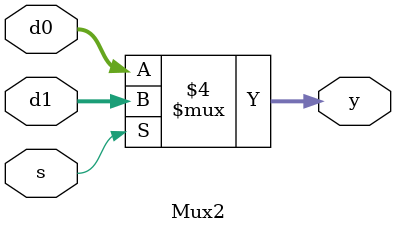
<source format=sv>
module Mux2 #(parameter N = 8) (	input logic [N-1:0] d0, d1,
											input logic s,
											output logic [N-1:0] y);
always_comb begin 
	if(s ==1) y=d1;
	else  y=d0;
end

endmodule

</source>
